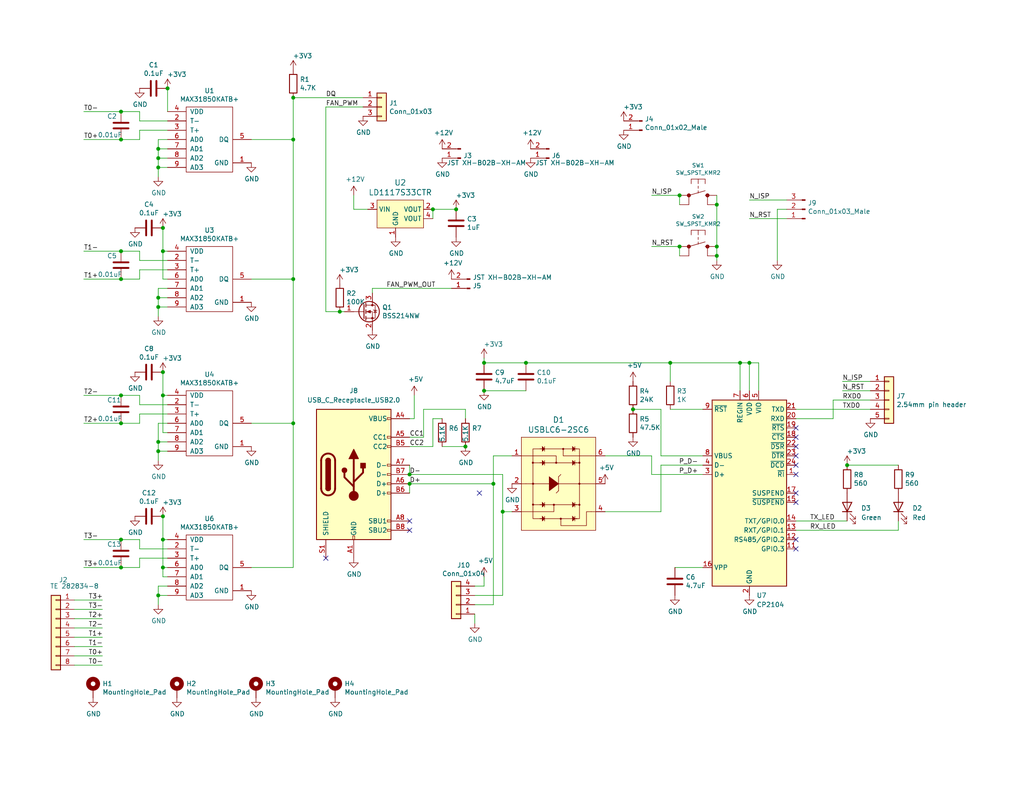
<source format=kicad_sch>
(kicad_sch (version 20230121) (generator eeschema)
  (paper "USLetter")
  (title_block (title "T-962 Temperature Monitor Board") (date "2023-05-24") (rev "2.0") (comment 1 "Copyright © 2018 Aaron Williams"))
  (junction (at 44.45 68.58))
  (junction (at 44.45 62.23))
  (junction (at 44.45 154.94))
  (junction (at 80.01 76.2))
  (junction (at 185.42 67.31))
  (junction (at 182.88 99.06))
  (junction (at 33.02 38.1))
  (junction (at 80.01 115.57))
  (junction (at 43.18 123.19))
  (junction (at 43.18 81.28))
  (junction (at 33.02 115.57))
  (junction (at 45.72 24.13))
  (junction (at 44.45 140.97))
  (junction (at 92.71 85.09))
  (junction (at 111.76 132.08))
  (junction (at 33.02 30.48))
  (junction (at 43.18 83.82))
  (junction (at 195.58 55.88))
  (junction (at 132.08 106.68))
  (junction (at 134.62 132.08))
  (junction (at 111.76 129.54))
  (junction (at 33.02 147.32))
  (junction (at 80.01 26.67))
  (junction (at 33.02 68.58))
  (junction (at 44.45 107.95))
  (junction (at 127 121.92))
  (junction (at 195.58 69.85))
  (junction (at 204.47 99.06))
  (junction (at 172.72 111.76))
  (junction (at 185.42 53.34))
  (junction (at 44.45 101.6))
  (junction (at 43.18 40.64))
  (junction (at 80.01 38.1))
  (junction (at 201.93 99.06))
  (junction (at 44.45 147.32))
  (junction (at 33.02 76.2))
  (junction (at 132.08 99.06))
  (junction (at 43.18 120.65))
  (junction (at 137.16 139.7))
  (junction (at 143.51 99.06))
  (junction (at 118.11 57.15))
  (junction (at 33.02 154.94))
  (junction (at 33.02 107.95))
  (junction (at 231.14 127))
  (junction (at 43.18 43.18))
  (junction (at 43.18 162.56))
  (junction (at 43.18 45.72))
  (junction (at 195.58 67.31))
  (junction (at 124.46 57.15))
  (no_connect (at 111.76 144.78))
  (no_connect (at 217.17 119.38))
  (no_connect (at 111.76 142.24))
  (no_connect (at 217.17 121.92))
  (no_connect (at 217.17 116.84))
  (no_connect (at 217.17 124.46))
  (no_connect (at 217.17 134.62))
  (no_connect (at 217.17 147.32))
  (no_connect (at 130.81 134.62))
  (no_connect (at 217.17 137.16))
  (no_connect (at 217.17 149.86))
  (no_connect (at 217.17 127))
  (no_connect (at 217.17 129.54))
  (no_connect (at 88.9 152.4))
  (wire (pts (xy 111.76 132.08) (xy 134.62 132.08)))
  (wire (pts (xy 143.51 106.68) (xy 132.08 106.68)))
  (wire (pts (xy 43.18 115.57) (xy 43.18 120.65)))
  (wire (pts (xy 137.16 162.56) (xy 137.16 139.7)))
  (wire (pts (xy 20.32 176.53) (xy 27.94 176.53)))
  (wire (pts (xy 118.11 59.69) (xy 118.11 57.15)))
  (wire (pts (xy 99.06 29.21) (xy 88.9 29.21)))
  (wire (pts (xy 20.32 173.99) (xy 27.94 173.99)))
  (wire (pts (xy 43.18 160.02) (xy 43.18 162.56)))
  (wire (pts (xy 38.1 113.03) (xy 38.1 115.57)))
  (wire (pts (xy 132.08 160.02) (xy 129.54 160.02)))
  (wire (pts (xy 214.63 57.15) (xy 212.09 57.15)))
  (wire (pts (xy 43.18 81.28) (xy 43.18 83.82)))
  (wire (pts (xy 132.08 97.79) (xy 132.08 99.06)))
  (wire (pts (xy 118.11 121.92) (xy 118.11 114.3)))
  (wire (pts (xy 195.58 71.12) (xy 195.58 69.85)))
  (wire (pts (xy 38.1 33.02) (xy 38.1 30.48)))
  (wire (pts (xy 33.02 107.95) (xy 22.86 107.95)))
  (wire (pts (xy 245.11 144.78) (xy 245.11 142.24)))
  (wire (pts (xy 45.72 38.1) (xy 43.18 38.1)))
  (wire (pts (xy 195.58 55.88) (xy 195.58 53.34)))
  (wire (pts (xy 237.49 104.14) (xy 229.87 104.14)))
  (wire (pts (xy 80.01 76.2) (xy 68.58 76.2)))
  (wire (pts (xy 45.72 24.13) (xy 45.72 30.48)))
  (wire (pts (xy 44.45 62.23) (xy 44.45 68.58)))
  (wire (pts (xy 111.76 132.08) (xy 111.76 134.62)))
  (wire (pts (xy 184.15 154.94) (xy 191.77 154.94)))
  (wire (pts (xy 180.34 127) (xy 180.34 139.7)))
  (wire (pts (xy 132.08 99.06) (xy 143.51 99.06)))
  (wire (pts (xy 134.62 124.46) (xy 134.62 132.08)))
  (wire (pts (xy 38.1 152.4) (xy 38.1 154.94)))
  (wire (pts (xy 43.18 165.1) (xy 43.18 162.56)))
  (wire (pts (xy 43.18 48.26) (xy 43.18 45.72)))
  (wire (pts (xy 177.8 53.34) (xy 185.42 53.34)))
  (wire (pts (xy 88.9 85.09) (xy 92.71 85.09)))
  (wire (pts (xy 80.01 38.1) (xy 68.58 38.1)))
  (wire (pts (xy 43.18 43.18) (xy 43.18 45.72)))
  (wire (pts (xy 191.77 129.54) (xy 177.8 129.54)))
  (wire (pts (xy 43.18 38.1) (xy 43.18 40.64)))
  (wire (pts (xy 43.18 40.64) (xy 43.18 43.18)))
  (wire (pts (xy 43.18 78.74) (xy 43.18 81.28)))
  (wire (pts (xy 227.33 114.3) (xy 217.17 114.3)))
  (wire (pts (xy 20.32 171.45) (xy 27.94 171.45)))
  (wire (pts (xy 20.32 179.07) (xy 27.94 179.07)))
  (wire (pts (xy 180.34 139.7) (xy 165.1 139.7)))
  (wire (pts (xy 177.8 129.54) (xy 177.8 124.46)))
  (wire (pts (xy 185.42 53.34) (xy 185.42 55.88)))
  (wire (pts (xy 44.45 157.48) (xy 44.45 154.94)))
  (wire (pts (xy 92.71 85.09) (xy 93.98 85.09)))
  (wire (pts (xy 20.32 181.61) (xy 27.94 181.61)))
  (wire (pts (xy 43.18 86.36) (xy 43.18 83.82)))
  (wire (pts (xy 80.01 38.1) (xy 80.01 76.2)))
  (wire (pts (xy 44.45 76.2) (xy 44.45 68.58)))
  (wire (pts (xy 204.47 99.06) (xy 207.01 99.06)))
  (wire (pts (xy 43.18 120.65) (xy 43.18 123.19)))
  (wire (pts (xy 43.18 125.73) (xy 43.18 123.19)))
  (wire (pts (xy 182.88 99.06) (xy 182.88 104.14)))
  (wire (pts (xy 45.72 33.02) (xy 38.1 33.02)))
  (wire (pts (xy 45.72 120.65) (xy 43.18 120.65)))
  (wire (pts (xy 143.51 99.06) (xy 182.88 99.06)))
  (wire (pts (xy 45.72 73.66) (xy 38.1 73.66)))
  (wire (pts (xy 38.1 71.12) (xy 38.1 68.58)))
  (wire (pts (xy 182.88 99.06) (xy 201.93 99.06)))
  (wire (pts (xy 45.72 78.74) (xy 43.18 78.74)))
  (wire (pts (xy 38.1 149.86) (xy 38.1 147.32)))
  (wire (pts (xy 180.34 111.76) (xy 172.72 111.76)))
  (wire (pts (xy 45.72 81.28) (xy 43.18 81.28)))
  (wire (pts (xy 38.1 76.2) (xy 33.02 76.2)))
  (wire (pts (xy 195.58 67.31) (xy 195.58 55.88)))
  (wire (pts (xy 111.76 119.38) (xy 115.57 119.38)))
  (wire (pts (xy 43.18 83.82) (xy 45.72 83.82)))
  (wire (pts (xy 229.87 106.68) (xy 237.49 106.68)))
  (wire (pts (xy 45.72 35.56) (xy 38.1 35.56)))
  (wire (pts (xy 80.01 115.57) (xy 80.01 154.94)))
  (wire (pts (xy 45.72 154.94) (xy 44.45 154.94)))
  (wire (pts (xy 134.62 165.1) (xy 129.54 165.1)))
  (wire (pts (xy 38.1 115.57) (xy 33.02 115.57)))
  (wire (pts (xy 212.09 57.15) (xy 212.09 71.12)))
  (wire (pts (xy 38.1 73.66) (xy 38.1 76.2)))
  (wire (pts (xy 33.02 68.58) (xy 22.86 68.58)))
  (wire (pts (xy 217.17 111.76) (xy 237.49 111.76)))
  (wire (pts (xy 165.1 124.46) (xy 177.8 124.46)))
  (wire (pts (xy 123.19 78.74) (xy 101.6 78.74)))
  (wire (pts (xy 185.42 67.31) (xy 185.42 69.85)))
  (wire (pts (xy 38.1 147.32) (xy 33.02 147.32)))
  (wire (pts (xy 237.49 109.22) (xy 227.33 109.22)))
  (wire (pts (xy 80.01 26.67) (xy 99.06 26.67)))
  (wire (pts (xy 129.54 170.18) (xy 129.54 167.64)))
  (wire (pts (xy 33.02 30.48) (xy 22.86 30.48)))
  (wire (pts (xy 118.11 57.15) (xy 124.46 57.15)))
  (wire (pts (xy 115.57 111.76) (xy 127 111.76)))
  (wire (pts (xy 20.32 168.91) (xy 27.94 168.91)))
  (wire (pts (xy 44.45 147.32) (xy 45.72 147.32)))
  (wire (pts (xy 201.93 99.06) (xy 204.47 99.06)))
  (wire (pts (xy 201.93 99.06) (xy 201.93 106.68)))
  (wire (pts (xy 45.72 43.18) (xy 43.18 43.18)))
  (wire (pts (xy 132.08 157.48) (xy 132.08 160.02)))
  (wire (pts (xy 101.6 78.74) (xy 101.6 80.01)))
  (wire (pts (xy 134.62 124.46) (xy 139.7 124.46)))
  (wire (pts (xy 44.45 101.6) (xy 44.45 107.95)))
  (wire (pts (xy 45.72 110.49) (xy 38.1 110.49)))
  (wire (pts (xy 38.1 35.56) (xy 38.1 38.1)))
  (wire (pts (xy 44.45 68.58) (xy 45.72 68.58)))
  (wire (pts (xy 177.8 67.31) (xy 185.42 67.31)))
  (wire (pts (xy 44.45 154.94) (xy 44.45 147.32)))
  (wire (pts (xy 139.7 139.7) (xy 137.16 139.7)))
  (wire (pts (xy 137.16 139.7) (xy 137.16 129.54)))
  (wire (pts (xy 231.14 127) (xy 245.11 127)))
  (wire (pts (xy 44.45 118.11) (xy 44.45 107.95)))
  (wire (pts (xy 38.1 110.49) (xy 38.1 107.95)))
  (wire (pts (xy 120.65 121.92) (xy 127 121.92)))
  (wire (pts (xy 45.72 115.57) (xy 43.18 115.57)))
  (wire (pts (xy 44.45 140.97) (xy 44.45 147.32)))
  (wire (pts (xy 217.17 144.78) (xy 245.11 144.78)))
  (wire (pts (xy 45.72 113.03) (xy 38.1 113.03)))
  (wire (pts (xy 88.9 29.21) (xy 88.9 85.09)))
  (wire (pts (xy 80.01 76.2) (xy 80.01 115.57)))
  (wire (pts (xy 45.72 160.02) (xy 43.18 160.02)))
  (wire (pts (xy 43.18 45.72) (xy 45.72 45.72)))
  (wire (pts (xy 207.01 106.68) (xy 207.01 99.06)))
  (wire (pts (xy 33.02 154.94) (xy 22.86 154.94)))
  (wire (pts (xy 45.72 71.12) (xy 38.1 71.12)))
  (wire (pts (xy 191.77 127) (xy 180.34 127)))
  (wire (pts (xy 127 111.76) (xy 127 114.3)))
  (wire (pts (xy 38.1 154.94) (xy 33.02 154.94)))
  (wire (pts (xy 44.45 107.95) (xy 45.72 107.95)))
  (wire (pts (xy 20.32 166.37) (xy 27.94 166.37)))
  (wire (pts (xy 134.62 132.08) (xy 134.62 165.1)))
  (wire (pts (xy 20.32 163.83) (xy 27.94 163.83)))
  (wire (pts (xy 38.1 38.1) (xy 33.02 38.1)))
  (wire (pts (xy 195.58 69.85) (xy 195.58 67.31)))
  (wire (pts (xy 129.54 162.56) (xy 137.16 162.56)))
  (wire (pts (xy 33.02 115.57) (xy 22.86 115.57)))
  (wire (pts (xy 33.02 38.1) (xy 22.86 38.1)))
  (wire (pts (xy 204.47 59.69) (xy 214.63 59.69)))
  (wire (pts (xy 111.76 114.3) (xy 113.03 114.3)))
  (wire (pts (xy 45.72 157.48) (xy 44.45 157.48)))
  (wire (pts (xy 217.17 142.24) (xy 231.14 142.24)))
  (wire (pts (xy 43.18 162.56) (xy 45.72 162.56)))
  (wire (pts (xy 45.72 118.11) (xy 44.45 118.11)))
  (wire (pts (xy 113.03 114.3) (xy 113.03 107.95)))
  (wire (pts (xy 45.72 152.4) (xy 38.1 152.4)))
  (wire (pts (xy 80.01 115.57) (xy 68.58 115.57)))
  (wire (pts (xy 182.88 111.76) (xy 191.77 111.76)))
  (wire (pts (xy 118.11 114.3) (xy 120.65 114.3)))
  (wire (pts (xy 80.01 26.67) (xy 80.01 38.1)))
  (wire (pts (xy 204.47 99.06) (xy 204.47 106.68)))
  (wire (pts (xy 38.1 30.48) (xy 33.02 30.48)))
  (wire (pts (xy 180.34 124.46) (xy 180.34 111.76)))
  (wire (pts (xy 111.76 127) (xy 111.76 129.54)))
  (wire (pts (xy 33.02 76.2) (xy 22.86 76.2)))
  (wire (pts (xy 115.57 119.38) (xy 115.57 111.76)))
  (wire (pts (xy 45.72 76.2) (xy 44.45 76.2)))
  (wire (pts (xy 96.52 53.34) (xy 96.52 57.15)))
  (wire (pts (xy 38.1 107.95) (xy 33.02 107.95)))
  (wire (pts (xy 96.52 57.15) (xy 100.33 57.15)))
  (wire (pts (xy 43.18 123.19) (xy 45.72 123.19)))
  (wire (pts (xy 33.02 147.32) (xy 22.86 147.32)))
  (wire (pts (xy 227.33 109.22) (xy 227.33 114.3)))
  (wire (pts (xy 45.72 40.64) (xy 43.18 40.64)))
  (wire (pts (xy 137.16 129.54) (xy 111.76 129.54)))
  (wire (pts (xy 204.47 54.61) (xy 214.63 54.61)))
  (wire (pts (xy 45.72 149.86) (xy 38.1 149.86)))
  (wire (pts (xy 38.1 68.58) (xy 33.02 68.58)))
  (wire (pts (xy 80.01 154.94) (xy 68.58 154.94)))
  (wire (pts (xy 180.34 124.46) (xy 191.77 124.46)))
  (wire (pts (xy 111.76 121.92) (xy 118.11 121.92)))
  (label "D+" (at 111.76 132.08 0))
  (label "T3-" (at 24.13 166.37 0))
  (label "T1+" (at 24.13 173.99 0))
  (label "T3+" (at 22.86 154.94 0))
  (label "T0+" (at 24.13 179.07 0))
  (label "N_RST" (at 204.47 59.69 0))
  (label "N_ISP" (at 177.8 53.34 0))
  (label "D-" (at 111.76 129.54 0))
  (label "P_D+" (at 190.5 129.54 180))
  (label "N_ISP" (at 204.47 54.61 0))
  (label "CC2" (at 111.76 121.92 0))
  (label "T0-" (at 22.86 30.48 0))
  (label "N_RST" (at 177.8 67.31 0))
  (label "CC1" (at 111.76 119.38 0))
  (label "T2-" (at 24.13 171.45 0))
  (label "T0-" (at 24.13 181.61 0))
  (label "T2+" (at 22.86 115.57 0))
  (label "T2-" (at 22.86 107.95 0))
  (label "T3+" (at 24.13 163.83 0))
  (label "FAN_PWM_OUT" (at 105.41 78.74 0))
  (label "T1-" (at 24.13 176.53 0))
  (label "P_D-" (at 190.5 127 180))
  (label "T1-" (at 22.86 68.58 0))
  (label "N_RST" (at 229.87 106.68 0))
  (label "FAN_PWM" (at 88.9 29.21 0))
  (label "T2+" (at 24.13 168.91 0))
  (label "TX_LED" (at 220.98 142.24 0))
  (label "T1+" (at 22.86 76.2 0))
  (label "DQ" (at 88.9 26.67 0))
  (label "N_ISP" (at 229.87 104.14 0))
  (label "T0+" (at 22.86 38.1 0))
  (label "RXD0" (at 229.87 109.22 0))
  (label "RX_LED" (at 220.98 144.78 0))
  (label "T3-" (at 22.86 147.32 0))
  (label "TXD0" (at 229.87 111.76 0))
  (symbol (lib_id "Aaron:MAX31850KATB+") (at 57.15 38.1 0) (unit 1)
    (property "Reference" "U1" (at 57.15 24.765 0))
    (property "Value" "MAX31850KATB+" (at 57.15 27.0764 0))
    (property "Footprint" "Aaron:TDFN-10_3x4mm_P0.5mm" (effects hide))
    (property "Datasheet" "https://datasheets.maximintegrated.com/en/ds/MAX31850-MAX31851.pdf" (effects hide))
    (property "MFR" "Maxim" (effects hide))
    (property "MPN" "MAX31850KATB+" (effects hide))
    (property "SPR" "Digikey" (effects hide))
    (property "SPN" "MAX31850KATB+-ND" (effects hide))
    (property "SPURL" "https://www.digikey.com/en/products/detail/analog-devices-inc-maxim-integrated/MAX31850KATB/3976056" (effects hide))
    (property "Description" "IC CONV THRMCPLE-DIG K TYPE TDFN" (effects hide))
    (property "Digi-Key_PN" "MAX31850KATB+-ND" (effects hide))
    (property "Manufacturer" "Maxim" (effects hide))
  )
  (symbol (lib_id "Device:C") (at 33.02 34.29 180) (unit 1)
    (property "Reference" "C2" (at 29.21 31.75 0) (effects (justify right)))
    (property "Value" "0.01uF" (at 26.67 36.83 0) (effects (justify right)))
    (property "Footprint" "Capacitor_SMD:C_0603_1608Metric" (effects hide))
    (property "Datasheet" "https://search.murata.co.jp/Ceramy/image/img/A01X/G101/ENG/GCM188R72A103KA37-01.pdf" (effects hide))
    (property "MFR" "Murata Electronics" (effects hide))
    (property "MPN" "GCM188R72A103KA37D" (effects hide))
    (property "SPR" "Digikey" (effects hide))
    (property "SPN" "490-4781-1-ND" (effects hide))
    (property "SPURL" "https://www.digikey.com/en/products/detail/murata-electronics/GCM188R72A103KA37D/1641655" (effects hide))
    (property "Description" "CAP CER 10000PF 100V X7R 0603" (effects hide))
    (property "Digi-Key_PN" "490-4781-1-ND" (effects hide))
    (property "Manufacturer" "Murata Electronics" (effects hide))
  )
  (symbol (lib_id "Device:C") (at 41.91 24.13 90) (unit 1)
    (property "Reference" "C1" (at 41.91 17.7292 90))
    (property "Value" "0.1uF" (at 41.91 20.0406 90))
    (property "Footprint" "Capacitor_SMD:C_0603_1608Metric" (effects hide))
    (property "Datasheet" "https://media.digikey.com/pdf/Data%20Sheets/Samsung%20PDFs/CL10B104KB8NNNC_Spec.pdf" (effects hide))
    (property "MFR" "Samsung Electro-Mechanics" (effects hide))
    (property "MPN" "CL10B104KB8NNNC" (effects hide))
    (property "SPR" "Digikey" (effects hide))
    (property "SPN" "1276-1000-1-ND" (effects hide))
    (property "SPURL" "https://www.digikey.com/en/products/detail/samsung-electro-mechanics/CL10B104KB8NNNC/3886658" (effects hide))
    (property "Description" "CAP CER 0.1UF 50V X7R 0603" (effects hide))
    (property "Digi-Key_PN" "1276-1000-1-ND" (effects hide))
    (property "Manufacturer" "Samsung Electro-Mechanics" (effects hide))
  )
  (symbol (lib_id "power:GND") (at 38.1 24.13 0) (unit 1)
    (property "Reference" "#PWR02" (effects hide))
    (property "Value" "GND" (at 38.227 28.5242 0))
  )
  (symbol (lib_id "power:+3.3V") (at 45.72 24.13 0) (unit 1)
    (property "Reference" "#PWR03" (effects hide))
    (property "Value" "+3.3V" (at 48.26 20.32 0))
  )
  (symbol (lib_id "power:GND") (at 43.18 48.26 0) (unit 1)
    (property "Reference" "#PWR08" (effects hide))
    (property "Value" "GND" (at 43.307 52.6542 0))
  )
  (symbol (lib_id "power:GND") (at 99.06 31.75 0) (unit 1)
    (property "Reference" "#PWR04" (effects hide))
    (property "Value" "GND" (at 99.187 36.1442 0))
  )
  (symbol (lib_id "power:GND") (at 68.58 44.45 0) (unit 1)
    (property "Reference" "#PWR07" (effects hide))
    (property "Value" "GND" (at 68.707 48.8442 0))
  )
  (symbol (lib_id "Aaron:MAX31850KATB+") (at 57.15 76.2 0) (unit 1)
    (property "Reference" "U3" (at 57.15 62.865 0))
    (property "Value" "MAX31850KATB+" (at 57.15 65.1764 0))
    (property "Footprint" "Aaron:TDFN-10_3x4mm_P0.5mm" (effects hide))
    (property "Datasheet" "https://datasheets.maximintegrated.com/en/ds/MAX31850-MAX31851.pdf" (effects hide))
    (property "MFR" "Maxim" (effects hide))
    (property "MPN" "MAX31850KATB+" (effects hide))
    (property "SPR" "Digikey" (effects hide))
    (property "SPN" "MAX31850KATB+-ND" (effects hide))
    (property "SPURL" "https://www.digikey.com/en/products/detail/analog-devices-inc-maxim-integrated/MAX31850KATB/3976056" (effects hide))
    (property "Description" "IC CONV THRMCPLE-DIG K TYPE TDFN" (effects hide))
    (property "Digi-Key_PN" "MAX31850KATB+-ND" (effects hide))
    (property "Manufacturer" "Maxim" (effects hide))
  )
  (symbol (lib_id "Device:C") (at 33.02 72.39 180) (unit 1)
    (property "Reference" "C5" (at 29.21 69.85 0) (effects (justify right)))
    (property "Value" "0.01uF" (at 26.67 74.93 0) (effects (justify right)))
    (property "Footprint" "Capacitor_SMD:C_0603_1608Metric" (effects hide))
    (property "Datasheet" "https://search.murata.co.jp/Ceramy/image/img/A01X/G101/ENG/GCM188R72A103KA37-01.pdf" (effects hide))
    (property "MFR" "Murata Electronics" (effects hide))
    (property "MPN" "GCM188R72A103KA37D" (effects hide))
    (property "SPR" "Digikey" (effects hide))
    (property "SPN" "490-4781-1-ND" (effects hide))
    (property "SPURL" "https://www.digikey.com/en/products/detail/murata-electronics/GCM188R72A103KA37D/1641655" (effects hide))
    (property "Description" "CAP CER 10000PF 100V X7R 0603" (effects hide))
    (property "Digi-Key_PN" "490-4781-1-ND" (effects hide))
    (property "Manufacturer" "Murata Electronics" (effects hide))
  )
  (symbol (lib_id "Device:C") (at 40.64 62.23 90) (unit 1)
    (property "Reference" "C4" (at 40.64 55.8292 90))
    (property "Value" "0.1uF" (at 40.64 58.1406 90))
    (property "Footprint" "Capacitor_SMD:C_0603_1608Metric" (effects hide))
    (property "Datasheet" "https://media.digikey.com/pdf/Data%20Sheets/Samsung%20PDFs/CL10B104KB8NNNC_Spec.pdf" (effects hide))
    (property "MFR" "Samsung Electro-Mechanics" (effects hide))
    (property "MPN" "CL10B104KB8NNNC" (effects hide))
    (property "SPR" "Digikey" (effects hide))
    (property "SPN" "1276-1000-1-ND" (effects hide))
    (property "SPURL" "https://www.digikey.com/en/products/detail/samsung-electro-mechanics/CL10B104KB8NNNC/3886658" (effects hide))
    (property "Description" "CAP CER 0.1UF 50V X7R 0603" (effects hide))
    (property "Digi-Key_PN" "1276-1000-1-ND" (effects hide))
    (property "Manufacturer" "Samsung Electro-Mechanics" (effects hide))
  )
  (symbol (lib_id "power:GND") (at 36.83 62.23 0) (unit 1)
    (property "Reference" "#PWR011" (effects hide))
    (property "Value" "GND" (at 36.957 66.6242 0))
  )
  (symbol (lib_id "power:+3.3V") (at 44.45 62.23 0) (unit 1)
    (property "Reference" "#PWR012" (effects hide))
    (property "Value" "+3.3V" (at 46.99 58.42 0))
  )
  (symbol (lib_id "power:GND") (at 43.18 86.36 0) (unit 1)
    (property "Reference" "#PWR019" (effects hide))
    (property "Value" "GND" (at 43.307 90.7542 0))
  )
  (symbol (lib_id "power:GND") (at 68.58 82.55 0) (unit 1)
    (property "Reference" "#PWR018" (effects hide))
    (property "Value" "GND" (at 68.707 86.9442 0))
  )
  (symbol (lib_id "Aaron:MAX31850KATB+") (at 57.15 115.57 0) (unit 1)
    (property "Reference" "U4" (at 57.15 102.235 0))
    (property "Value" "MAX31850KATB+" (at 57.15 104.5464 0))
    (property "Footprint" "Aaron:TDFN-10_3x4mm_P0.5mm" (effects hide))
    (property "Datasheet" "https://datasheets.maximintegrated.com/en/ds/MAX31850-MAX31851.pdf" (effects hide))
    (property "MFR" "Maxim" (effects hide))
    (property "MPN" "MAX31850KATB+" (effects hide))
    (property "SPR" "Digikey" (effects hide))
    (property "SPN" "MAX31850KATB+-ND" (effects hide))
    (property "SPURL" "https://www.digikey.com/en/products/detail/analog-devices-inc-maxim-integrated/MAX31850KATB/3976056" (effects hide))
    (property "Description" "IC CONV THRMCPLE-DIG K TYPE TDFN" (effects hide))
    (property "Digi-Key_PN" "MAX31850KATB+-ND" (effects hide))
    (property "Manufacturer" "Maxim" (effects hide))
  )
  (symbol (lib_id "Device:C") (at 33.02 111.76 180) (unit 1)
    (property "Reference" "C11" (at 29.21 109.22 0) (effects (justify right)))
    (property "Value" "0.01uF" (at 26.67 114.3 0) (effects (justify right)))
    (property "Footprint" "Capacitor_SMD:C_0603_1608Metric" (effects hide))
    (property "Datasheet" "https://search.murata.co.jp/Ceramy/image/img/A01X/G101/ENG/GCM188R72A103KA37-01.pdf" (effects hide))
    (property "MFR" "Murata Electronics" (effects hide))
    (property "MPN" "GCM188R72A103KA37D" (effects hide))
    (property "SPR" "Digikey" (effects hide))
    (property "SPN" "490-4781-1-ND" (effects hide))
    (property "SPURL" "https://www.digikey.com/en/products/detail/murata-electronics/GCM188R72A103KA37D/1641655" (effects hide))
    (property "Description" "CAP CER 10000PF 100V X7R 0603" (effects hide))
    (property "Digi-Key_PN" "490-4781-1-ND" (effects hide))
    (property "Manufacturer" "Murata Electronics" (effects hide))
  )
  (symbol (lib_id "Device:C") (at 40.64 101.6 90) (unit 1)
    (property "Reference" "C8" (at 40.64 95.1992 90))
    (property "Value" "0.1uF" (at 40.64 97.5106 90))
    (property "Footprint" "Capacitor_SMD:C_0603_1608Metric" (effects hide))
    (property "Datasheet" "https://media.digikey.com/pdf/Data%20Sheets/Samsung%20PDFs/CL10B104KB8NNNC_Spec.pdf" (effects hide))
    (property "MFR" "Samsung Electro-Mechanics" (effects hide))
    (property "MPN" "CL10B104KB8NNNC" (effects hide))
    (property "SPR" "Digikey" (effects hide))
    (property "SPN" "1276-1000-1-ND" (effects hide))
    (property "SPURL" "https://www.digikey.com/en/products/detail/samsung-electro-mechanics/CL10B104KB8NNNC/3886658" (effects hide))
    (property "Description" "CAP CER 0.1UF 50V X7R 0603" (effects hide))
    (property "Digi-Key_PN" "1276-1000-1-ND" (effects hide))
    (property "Manufacturer" "Samsung Electro-Mechanics" (effects hide))
  )
  (symbol (lib_id "power:GND") (at 36.83 101.6 0) (unit 1)
    (property "Reference" "#PWR023" (effects hide))
    (property "Value" "GND" (at 36.957 105.9942 0))
  )
  (symbol (lib_id "power:+3.3V") (at 44.45 101.6 0) (unit 1)
    (property "Reference" "#PWR024" (effects hide))
    (property "Value" "+3.3V" (at 46.99 97.79 0))
  )
  (symbol (lib_id "power:GND") (at 43.18 125.73 0) (unit 1)
    (property "Reference" "#PWR029" (effects hide))
    (property "Value" "GND" (at 43.307 130.1242 0))
  )
  (symbol (lib_id "power:GND") (at 68.58 121.92 0) (unit 1)
    (property "Reference" "#PWR028" (effects hide))
    (property "Value" "GND" (at 68.707 126.3142 0))
  )
  (symbol (lib_id "Aaron:MAX31850KATB+") (at 57.15 154.94 0) (unit 1)
    (property "Reference" "U6" (at 57.15 141.605 0))
    (property "Value" "MAX31850KATB+" (at 57.15 143.9164 0))
    (property "Footprint" "Aaron:TDFN-10_3x4mm_P0.5mm" (effects hide))
    (property "Datasheet" "https://datasheets.maximintegrated.com/en/ds/MAX31850-MAX31851.pdf" (effects hide))
    (property "MFR" "Maxim" (effects hide))
    (property "MPN" "MAX31850KATB+" (effects hide))
    (property "SPR" "Digikey" (effects hide))
    (property "SPN" "MAX31850KATB+-ND" (effects hide))
    (property "SPURL" "https://www.digikey.com/en/products/detail/analog-devices-inc-maxim-integrated/MAX31850KATB/3976056" (effects hide))
    (property "Description" "IC CONV THRMCPLE-DIG K TYPE TDFN" (effects hide))
    (property "Digi-Key_PN" "MAX31850KATB+-ND" (effects hide))
    (property "Manufacturer" "Maxim" (effects hide))
  )
  (symbol (lib_id "Device:C") (at 33.02 151.13 180) (unit 1)
    (property "Reference" "C13" (at 29.21 148.59 0) (effects (justify right)))
    (property "Value" "0.01uF" (at 26.67 153.67 0) (effects (justify right)))
    (property "Footprint" "Capacitor_SMD:C_0603_1608Metric" (effects hide))
    (property "Datasheet" "https://search.murata.co.jp/Ceramy/image/img/A01X/G101/ENG/GCM188R72A103KA37-01.pdf" (effects hide))
    (property "MFR" "Murata Electronics" (effects hide))
    (property "MPN" "GCM188R72A103KA37D" (effects hide))
    (property "SPR" "Digikey" (effects hide))
    (property "SPN" "490-4781-1-ND" (effects hide))
    (property "SPURL" "https://www.digikey.com/en/products/detail/murata-electronics/GCM188R72A103KA37D/1641655" (effects hide))
    (property "Description" "CAP CER 10000PF 100V X7R 0603" (effects hide))
    (property "Digi-Key_PN" "490-4781-1-ND" (effects hide))
    (property "Manufacturer" "Murata Electronics" (effects hide))
  )
  (symbol (lib_id "Device:C") (at 40.64 140.97 90) (unit 1)
    (property "Reference" "C12" (at 40.64 134.5692 90))
    (property "Value" "0.1uF" (at 40.64 136.8806 90))
    (property "Footprint" "Capacitor_SMD:C_0603_1608Metric" (effects hide))
    (property "Datasheet" "https://media.digikey.com/pdf/Data%20Sheets/Samsung%20PDFs/CL10B104KB8NNNC_Spec.pdf" (effects hide))
    (property "MFR" "Samsung Electro-Mechanics" (effects hide))
    (property "MPN" "CL10B104KB8NNNC" (effects hide))
    (property "SPR" "Digikey" (effects hide))
    (property "SPN" "1276-1000-1-ND" (effects hide))
    (property "SPURL" "https://www.digikey.com/en/products/detail/samsung-electro-mechanics/CL10B104KB8NNNC/3886658" (effects hide))
    (property "Description" "CAP CER 0.1UF 50V X7R 0603" (effects hide))
    (property "Digi-Key_PN" "1276-1000-1-ND" (effects hide))
    (property "Manufacturer" "Samsung Electro-Mechanics" (effects hide))
  )
  (symbol (lib_id "power:GND") (at 36.83 140.97 0) (unit 1)
    (property "Reference" "#PWR033" (effects hide))
    (property "Value" "GND" (at 36.957 145.3642 0))
  )
  (symbol (lib_id "power:+3.3V") (at 44.45 140.97 0) (unit 1)
    (property "Reference" "#PWR034" (effects hide))
    (property "Value" "+3.3V" (at 46.99 137.16 0))
  )
  (symbol (lib_id "power:GND") (at 43.18 165.1 0) (unit 1)
    (property "Reference" "#PWR039" (effects hide))
    (property "Value" "GND" (at 43.307 169.4942 0))
  )
  (symbol (lib_id "power:GND") (at 68.58 161.29 0) (unit 1)
    (property "Reference" "#PWR038" (effects hide))
    (property "Value" "GND" (at 68.707 165.6842 0))
  )
  (symbol (lib_id "Device:R") (at 80.01 22.86 0) (unit 1)
    (property "Reference" "R1" (at 81.788 21.6916 0) (effects (justify left)))
    (property "Value" "4.7K" (at 81.788 24.003 0) (effects (justify left)))
    (property "Footprint" "Resistor_SMD:R_0603_1608Metric" (effects hide))
    (property "Datasheet" "https://www.yageo.com/upload/media/product/productsearch/datasheet/rchip/PYu-RC_Group_51_RoHS_L_12.pdf" (effects hide))
    (property "MFR" "Yageo" (effects hide))
    (property "MPN" "RC0603FR-074K7L" (effects hide))
    (property "SPR" "Digikey" (effects hide))
    (property "SPN" "311-4.70KHRCT-ND" (effects hide))
    (property "SPURL" "https://www.digikey.com/en/products/detail/yageo/RC0603FR-074K7L/727212" (effects hide))
    (property "Description" "RES 4.7K OHM 1% 1/10W 0603" (effects hide))
    (property "Digi-Key_PN" "311-4.70KHRCT-ND" (effects hide))
    (property "Manufacturer" "Yageo" (effects hide))
  )
  (symbol (lib_id "power:+3.3V") (at 80.01 19.05 0) (unit 1)
    (property "Reference" "#PWR01" (effects hide))
    (property "Value" "+3.3V" (at 82.55 15.24 0))
  )
  (symbol (lib_id "power:+12V") (at 96.52 53.34 0) (unit 1)
    (property "Reference" "#PWR09" (effects hide))
    (property "Value" "+12V" (at 96.901 48.9458 0))
  )
  (symbol (lib_id "power:+3.3V") (at 124.46 57.15 0) (unit 1)
    (property "Reference" "#PWR010" (effects hide))
    (property "Value" "+3.3V" (at 127 53.34 0))
  )
  (symbol (lib_id "power:GND") (at 107.95 64.77 0) (unit 1)
    (property "Reference" "#PWR013" (effects hide))
    (property "Value" "GND" (at 108.077 69.1642 0))
  )
  (symbol (lib_id "Transistor_FET:BSS214NW") (at 99.06 85.09 0) (unit 1)
    (property "Reference" "Q1" (at 104.267 83.9216 0) (effects (justify left)))
    (property "Value" "BSS214NW" (at 104.267 86.233 0) (effects (justify left)))
    (property "Footprint" "Package_TO_SOT_SMD:SOT-323_SC-70" (effects hide))
    (property "Datasheet" "https://www.infineon.com/dgdl/Infineon-BSS214NW-DS-v02_02-en.pdf?fileId=db3a30431b3e89eb011b695aebc01bde" (effects hide))
    (property "MFR" "Infineon" (effects hide))
    (property "MPN" "BSS214NWH6327XTSA1" (effects hide))
    (property "SPR" "Digikey" (effects hide))
    (property "SPN" "BSS214NWH6327XTSA1CT-ND" (effects hide))
    (property "SPURL" "https://www.digikey.com/products/en/discrete-semiconductor-products/transistors-fets-mosfets-single/278?k=BSS214NW&k=&pkeyword=BSS214NW&pv7=2&pv1989=0&sf=0&quantity=&ColumnSort=0&page=1&stock=1&nstock=1&pageSize=500" (effects hide))
    (property "Description" "N-Channel 20 V 1.5A (Ta) 500mW (Ta) Surface Mount PG-SOT323" (effects hide))
    (property "Digi-Key_PN" "BSS214NWH6327XTSA1CT-ND" (effects hide))
    (property "Manufacturer" "Infineon" (effects hide))
  )
  (symbol (lib_id "Connector_Generic:Conn_01x03") (at 104.14 29.21 0) (unit 1)
    (property "Reference" "J1" (at 106.172 28.1432 0) (effects (justify left)))
    (property "Value" "Conn_01x03" (at 106.172 30.4546 0) (effects (justify left)))
    (property "Footprint" "Connector_PinHeader_2.54mm:PinHeader_1x03_P2.54mm_Vertical" (effects hide))
    (property "MFR" "-" (effects hide))
    (property "MPN" "-" (effects hide))
    (property "SPR" "-" (effects hide))
    (property "SPN" "-" (effects hide))
    (property "SPURL" "-" (effects hide))
  )
  (symbol (lib_id "Connector:Conn_01x02_Male") (at 125.73 43.18 180) (unit 1)
    (property "Reference" "J3" (at 126.4158 42.4942 0) (effects (justify right)))
    (property "Value" "JST XH-B02B-XH-AM" (at 121.92 44.45 0) (effects (justify right)))
    (property "Footprint" "Connector_JST:JST_XH_B2B-XH-AM_1x02_P2.50mm_Vertical" (effects hide))
    (property "Datasheet" "http://www.jst-mfg.com/product/pdf/eng/eXH.pdf" (effects hide))
    (property "MFR" "JST" (effects hide))
    (property "MPN" "B2B-XH-A(LF)(SN)" (effects hide))
    (property "SPR" "Digikey" (effects hide))
    (property "SPN" "455-2247-ND" (effects hide))
    (property "SPURL" "https://www.digikey.com/en/products/detail/jst-sales-america-inc/B2B-XH-A-LF-SN/1651045" (effects hide))
  )
  (symbol (lib_id "power:+12V") (at 120.65 40.64 0) (unit 1)
    (property "Reference" "#PWR05" (effects hide))
    (property "Value" "+12V" (at 121.031 36.2458 0))
  )
  (symbol (lib_id "power:GND") (at 120.65 43.18 0) (unit 1)
    (property "Reference" "#PWR06" (effects hide))
    (property "Value" "GND" (at 120.777 47.5742 0))
  )
  (symbol (lib_id "Connector:Conn_01x02_Male") (at 128.27 78.74 180) (unit 1)
    (property "Reference" "J5" (at 128.9558 78.0542 0) (effects (justify right)))
    (property "Value" "JST XH-B02B-XH-AM" (at 128.9558 75.7428 0) (effects (justify right)))
    (property "Footprint" "Connector_JST:JST_XH_B2B-XH-AM_1x02_P2.50mm_Vertical" (effects hide))
    (property "Datasheet" "http://www.jst-mfg.com/product/pdf/eng/eXH.pdf" (effects hide))
    (property "MFR" "JST" (effects hide))
    (property "MPN" "B2B-XH-A(LF)(SN)" (effects hide))
    (property "SPR" "Digikey" (effects hide))
    (property "SPN" "455-2247-ND" (effects hide))
    (property "SPURL" "https://www.digikey.com/en/products/detail/jst-sales-america-inc/B2B-XH-A-LF-SN/1651045" (effects hide))
  )
  (symbol (lib_id "power:+12V") (at 123.19 76.2 0) (unit 1)
    (property "Reference" "#PWR015" (effects hide))
    (property "Value" "+12V" (at 123.571 71.8058 0))
  )
  (symbol (lib_id "power:GND") (at 101.6 90.17 0) (unit 1)
    (property "Reference" "#PWR020" (effects hide))
    (property "Value" "GND" (at 101.727 94.5642 0))
  )
  (symbol (lib_id "Device:R") (at 92.71 81.28 0) (unit 1)
    (property "Reference" "R2" (at 94.488 80.1116 0) (effects (justify left)))
    (property "Value" "100K" (at 94.488 82.423 0) (effects (justify left)))
    (property "Footprint" "Resistor_SMD:R_0603_1608Metric" (effects hide))
    (property "Datasheet" "https://www.yageo.com/upload/media/product/productsearch/datasheet/rchip/PYu-RC_Group_51_RoHS_L_12.pdf" (effects hide))
    (property "MFR" "Yageo" (effects hide))
    (property "MPN" "RC0603FR-07100KL" (effects hide))
    (property "SPR" "Digikey" (effects hide))
    (property "SPN" "311-100KHRCT-ND" (effects hide))
    (property "SPURL" "https://www.digikey.com/en/products/detail/yageo/RC0603FR-07100KL/726889" (effects hide))
    (property "Description" "RES 100K OHM 1% 1/10W 0603" (effects hide))
    (property "Digi-Key_PN" "311-100KHRCT-ND" (effects hide))
    (property "Manufacturer" "Yageo" (effects hide))
  )
  (symbol (lib_id "power:+3.3V") (at 92.71 77.47 0) (unit 1)
    (property "Reference" "#PWR016" (effects hide))
    (property "Value" "+3.3V" (at 95.25 73.66 0))
  )
  (symbol (lib_id "Device:C") (at 124.46 60.96 0) (unit 1)
    (property "Reference" "C3" (at 127.381 59.7916 0) (effects (justify left)))
    (property "Value" "1uF" (at 127.381 62.103 0) (effects (justify left)))
    (property "Footprint" "Capacitor_SMD:C_0603_1608Metric" (effects hide))
    (property "Datasheet" "https://media.digikey.com/pdf/Data%20Sheets/Samsung%20PDFs/CL10B105KA8NNNC_spec.pdf" (effects hide))
    (property "MFR" "Samsung Electro-Mechanics" (effects hide))
    (property "MPN" "CL10B105KA8NNNC" (effects hide))
    (property "SPR" "Digikey" (effects hide))
    (property "SPN" "1276-1184-1-ND" (effects hide))
    (property "SPURL" "https://www.digikey.com/en/products/detail/samsung-electro-mechanics/CL10B105KA8NNNC/3886842" (effects hide))
    (property "Description" "CAP CER 1UF 25V X7R 0603" (effects hide))
    (property "Digi-Key_PN" "1276-1184-1-ND" (effects hide))
    (property "Manufacturer" "Samsung Electro-Mechanics" (effects hide))
  )
  (symbol (lib_id "power:GND") (at 124.46 64.77 0) (unit 1)
    (property "Reference" "#PWR014" (effects hide))
    (property "Value" "GND" (at 124.587 69.1642 0))
  )
  (symbol (lib_id "t962-rescue:USBLC6-2SC6-dk_TVS-Diodes") (at 152.4 132.08 0) (unit 1)
    (property "Reference" "D1" (at 152.4 114.6302 0) (effects (font (size 1.524 1.524))))
    (property "Value" "USBLC6-2SC6" (at 152.4 117.3226 0) (effects (font (size 1.524 1.524))))
    (property "Footprint" "Package_TO_SOT_SMD:SOT-23-6" (effects hide))
    (property "Datasheet" "http://www.st.com/content/ccc/resource/technical/document/datasheet/06/1d/48/9c/6c/20/4a/b2/CD00050750.pdf/files/CD00050750.pdf/jcr:content/translations/en.CD00050750.pdf" (effects hide))
    (property "MFR" "STMicroelectronics" (effects hide))
    (property "MPN" "USBLC6-2SC6" (effects hide))
    (property "SPR" "Digikey" (effects hide))
    (property "SPN" "497-5235-1-ND" (effects hide))
    (property "SPURL" "https://www.digikey.com/products/en/circuit-protection/tvs-diodes/144?k=USBLC6-2sc6&k=&pkeyword=USBLC6-2sc6&pv7=2&s=20842&sf=0&quantity=&ColumnSort=0&page=1&pageSize=500" (effects hide))
    (property "Digi-Key_PN" "497-5235-1-ND" (effects hide))
    (property "Category" "Circuit Protection" (effects hide))
    (property "Family" "TVS - Diodes" (effects hide))
    (property "DK_Datasheet_Link" "http://www.st.com/content/ccc/resource/technical/document/datasheet/06/1d/48/9c/6c/20/4a/b2/CD00050750.pdf/files/CD00050750.pdf/jcr:content/translations/en.CD00050750.pdf" (effects hide))
    (property "DK_Detail_Page" "/product-detail/en/stmicroelectronics/USBLC6-2SC6/497-5235-1-ND/1121688" (effects hide))
    (property "Description" "TVS DIODE 5.25V 17V SOT23-6" (effects hide))
    (property "Manufacturer" "STMicroelectronics" (effects hide))
    (property "Status" "Active" (effects hide))
  )
  (symbol (lib_id "power:GND") (at 139.7 132.08 0) (unit 1)
    (property "Reference" "#PWR031" (effects hide))
    (property "Value" "GND" (at 139.827 136.4742 0))
  )
  (symbol (lib_id "power:+5V") (at 113.03 107.95 0) (unit 1)
    (property "Reference" "#PWR026" (effects hide))
    (property "Value" "+5V" (at 113.411 103.5558 0))
  )
  (symbol (lib_id "power:+5V") (at 165.1 132.08 0) (unit 1)
    (property "Reference" "#PWR027" (effects hide))
    (property "Value" "+5V" (at 165.481 127.6858 0))
  )
  (symbol (lib_id "power:GND") (at 96.52 152.4 0) (unit 1)
    (property "Reference" "#PWR032" (effects hide))
    (property "Value" "GND" (at 96.647 156.7942 0))
  )
  (symbol (lib_id "Device:R") (at 182.88 107.95 0) (unit 1)
    (property "Reference" "R3" (at 184.658 106.7816 0) (effects (justify left)))
    (property "Value" "1K" (at 184.658 109.093 0) (effects (justify left)))
    (property "Footprint" "Resistor_SMD:R_0603_1608Metric" (effects hide))
    (property "Datasheet" "https://www.yageo.com/upload/media/product/productsearch/datasheet/rchip/PYu-RC_Group_51_RoHS_L_12.pdf" (effects hide))
    (property "MFR" "Yageo" (effects hide))
    (property "MPN" "RC0603FR-071KL" (effects hide))
    (property "SPR" "Digikey" (effects hide))
    (property "SPN" "311-1.00KHRCT-ND" (effects hide))
    (property "SPURL" "https://www.digikey.com/en/products/detail/yageo/RC0603FR-071KL/726843" (effects hide))
    (property "Description" "RES 1K OHM 1% 1/10W 0603" (effects hide))
    (property "Digi-Key_PN" "311-1.00KHRCT-ND" (effects hide))
    (property "Manufacturer" "Yageo" (effects hide))
  )
  (symbol (lib_id "Device:C") (at 143.51 102.87 0) (unit 1)
    (property "Reference" "C10" (at 146.431 101.7016 0) (effects (justify left)))
    (property "Value" "0.1uF" (at 146.431 104.013 0) (effects (justify left)))
    (property "Footprint" "Capacitor_SMD:C_0603_1608Metric" (effects hide))
    (property "Datasheet" "https://media.digikey.com/pdf/Data%20Sheets/Samsung%20PDFs/CL10B104KB8NNNC_Spec.pdf" (effects hide))
    (property "MFR" "Samsung Electro-Mechanics" (effects hide))
    (property "MPN" "CL10B104KB8NNNC" (effects hide))
    (property "SPR" "Digikey" (effects hide))
    (property "SPN" "1276-1000-1-ND" (effects hide))
    (property "SPURL" "https://www.digikey.com/en/products/detail/samsung-electro-mechanics/CL10B104KB8NNNC/3886658" (effects hide))
    (property "Description" "CAP CER 0.1UF 50V X7R 0603" (effects hide))
    (property "Digi-Key_PN" "1276-1000-1-ND" (effects hide))
    (property "Manufacturer" "Samsung Electro-Mechanics" (effects hide))
  )
  (symbol (lib_id "Device:C") (at 132.08 102.87 0) (unit 1)
    (property "Reference" "C9" (at 135.001 101.7016 0) (effects (justify left)))
    (property "Value" "4.7uF" (at 135.001 104.013 0) (effects (justify left)))
    (property "Footprint" "Capacitor_SMD:C_0603_1608Metric" (effects hide))
    (property "Datasheet" "https://media.digikey.com/pdf/Data%20Sheets/Samsung%20PDFs/CL10B475KQ8NQNC_Spec.pdf" (effects hide))
    (property "MFR" "Samsung Electro-Mechanics" (effects hide))
    (property "MPN" "CL10B475KQ8NQNC" (effects hide))
    (property "SPR" "Digikey" (effects hide))
    (property "SPN" "1276-2087-1-ND" (effects hide))
    (property "SPURL" "https://www.digikey.com/en/products/detail/samsung-electro-mechanics/CL10B475KQ8NQNC/3887745" (effects hide))
    (property "Description" "CAP CER 4.7UF 6.3V X7R 0603" (effects hide))
    (property "Digi-Key_PN" "1276-2087-1-ND" (effects hide))
    (property "Manufacturer" "Samsung Electro-Mechanics" (effects hide))
  )
  (symbol (lib_id "power:GND") (at 132.08 106.68 0) (unit 1)
    (property "Reference" "#PWR025" (effects hide))
    (property "Value" "GND" (at 132.207 111.0742 0))
  )
  (symbol (lib_id "Connector_Generic:Conn_01x05") (at 242.57 109.22 0) (unit 1)
    (property "Reference" "J7" (at 244.602 108.1532 0) (effects (justify left)))
    (property "Value" "2.54mm pin header" (at 244.602 110.4646 0) (effects (justify left)))
    (property "Footprint" "Connector_PinHeader_2.54mm:PinHeader_1x05_P2.54mm_Vertical" (effects hide))
    (property "MFR" "-" (effects hide))
    (property "MPN" "-" (effects hide))
    (property "SPR" "-" (effects hide))
    (property "SPN" "-" (effects hide))
    (property "SPURL" "-" (effects hide))
  )
  (symbol (lib_id "power:GND") (at 237.49 114.3 0) (unit 1)
    (property "Reference" "#PWR030" (effects hide))
    (property "Value" "GND" (at 237.617 118.6942 0))
  )
  (symbol (lib_id "power:GND") (at 184.15 162.56 0) (unit 1)
    (property "Reference" "#PWR035" (effects hide))
    (property "Value" "GND" (at 184.277 166.9542 0))
  )
  (symbol (lib_id "t962-rescue:SW_SPST_KMR2-switch_tact_smt") (at 190.5 53.34 0) (unit 1)
    (property "Reference" "SW1" (at 190.5 45.1612 0) (effects (font (size 1.0668 1.0668))))
    (property "Value" "SW_SPST_KMR2" (at 190.5 47.1678 0) (effects (font (size 1.0668 1.0668))))
    (property "Footprint" "Button_Switch_SMD:SW_Push_1P1T_NO_CK_KMR2" (effects hide))
    (property "Datasheet" "https://www.ckswitches.com/media/1479/kmr2.pdf" (effects hide))
    (property "MFR" "C&K" (effects hide))
    (property "MPN" "KMR221GLFS" (effects hide))
    (property "SPR" "Digikey" (effects hide))
    (property "SPN" "401-1427-1-ND" (effects hide))
    (property "SPURL" "https://www.digikey.com/en/products/detail/c-k/KMR221GLFS/550472" (effects hide))
    (property "Description" "SWITCH TACTILE SPST-NO 0.05A 32V" (effects hide))
    (property "Digi-Key_PN" "401-1427-1-ND" (effects hide))
    (property "Manufacturer" "C&K" (effects hide))
  )
  (symbol (lib_id "t962-rescue:SW_SPST_KMR2-switch_tact_smt") (at 190.5 67.31 0) (unit 1)
    (property "Reference" "SW2" (at 190.5 59.1312 0) (effects (font (size 1.0668 1.0668))))
    (property "Value" "SW_SPST_KMR2" (at 190.5 61.1378 0) (effects (font (size 1.0668 1.0668))))
    (property "Footprint" "Button_Switch_SMD:SW_Push_1P1T_NO_CK_KMR2" (effects hide))
    (property "Datasheet" "https://www.ckswitches.com/media/1479/kmr2.pdf" (effects hide))
    (property "MFR" "C&K" (effects hide))
    (property "MPN" "KMR221GLFS" (effects hide))
    (property "SPR" "Digikey" (effects hide))
    (property "SPN" "401-1427-1-ND" (effects hide))
    (property "SPURL" "https://www.digikey.com/en/products/detail/c-k/KMR221GLFS/550472" (effects hide))
    (property "Description" "SWITCH TACTILE SPST-NO 0.05A 32V" (effects hide))
    (property "Digi-Key_PN" "401-1427-1-ND" (effects hide))
    (property "Manufacturer" "C&K" (effects hide))
  )
  (symbol (lib_id "power:GND") (at 195.58 71.12 0) (unit 1)
    (property "Reference" "#PWR017" (effects hide))
    (property "Value" "GND" (at 195.707 75.5142 0))
  )
  (symbol (lib_id "Connector_Generic:Conn_01x04") (at 124.46 165.1 180) (unit 1)
    (property "Reference" "J10" (at 126.492 154.305 0))
    (property "Value" "Conn_01x04" (at 126.492 156.6164 0))
    (property "Footprint" "Connector_PinHeader_2.54mm:PinHeader_1x04_P2.54mm_Vertical" (effects hide))
    (property "MFR" "-" (effects hide))
    (property "MPN" "-" (effects hide))
    (property "SPR" "-" (effects hide))
    (property "SPN" "-" (effects hide))
    (property "SPURL" "-" (effects hide))
  )
  (symbol (lib_id "power:+5V") (at 132.08 157.48 0) (unit 1)
    (property "Reference" "#PWR036" (effects hide))
    (property "Value" "+5V" (at 132.461 153.0858 0))
  )
  (symbol (lib_id "power:GND") (at 129.54 170.18 0) (unit 1)
    (property "Reference" "#PWR040" (effects hide))
    (property "Value" "GND" (at 129.667 174.5742 0))
  )
  (symbol (lib_id "power:+3.3V") (at 132.08 97.79 0) (unit 1)
    (property "Reference" "#PWR0103" (effects hide))
    (property "Value" "+3.3V" (at 134.62 93.98 0))
  )
  (symbol (lib_id "Device:R") (at 172.72 107.95 0) (unit 1)
    (property "Reference" "R4" (at 174.498 106.7816 0) (effects (justify left)))
    (property "Value" "24K" (at 174.498 109.093 0) (effects (justify left)))
    (property "Footprint" "Resistor_SMD:R_0603_1608Metric" (effects hide))
    (property "Datasheet" "https://www.yageo.com/upload/media/product/productsearch/datasheet/rchip/PYu-RC_Group_51_RoHS_L_12.pdf" (effects hide))
    (property "MFR" "Yageo" (effects hide))
    (property "MPN" "RC0603FR-0724KL" (effects hide))
    (property "SPR" "Digikey" (effects hide))
    (property "SPN" "311-24.0KHRCT-ND" (effects hide))
    (property "SPURL" "https://www.digikey.com/en/products/detail/yageo/RC0603FR-0724KL/727076" (effects hide))
    (property "Description" "RES 24K OHM 1% 1/10W 0603" (effects hide))
    (property "Digi-Key_PN" "311-24.0KHRCT-ND" (effects hide))
    (property "Manufacturer" "Yageo" (effects hide))
  )
  (symbol (lib_id "Device:R") (at 172.72 115.57 0) (unit 1)
    (property "Reference" "R5" (at 174.498 114.4016 0) (effects (justify left)))
    (property "Value" "47.5K" (at 174.498 116.713 0) (effects (justify left)))
    (property "Footprint" "Resistor_SMD:R_0603_1608Metric" (effects hide))
    (property "Datasheet" "https://www.yageo.com/upload/media/product/productsearch/datasheet/rchip/PYu-RC_Group_51_RoHS_L_12.pdf" (effects hide))
    (property "MFR" "Yageo" (effects hide))
    (property "MPN" "RC0603FR-0747K5L" (effects hide))
    (property "SPR" "Digikey" (effects hide))
    (property "SPN" "311-47.5KHRCT-ND" (effects hide))
    (property "SPURL" "https://www.digikey.com/en/products/detail/yageo/RC0603FR-0747K5L/727255" (effects hide))
    (property "Description" "RES 47.5K OHM 1% 1/10W 0603" (effects hide))
    (property "Digi-Key_PN" "311-47.5KHRCT-ND" (effects hide))
    (property "Manufacturer" "YAGEO" (effects hide))
  )
  (symbol (lib_id "power:GND") (at 172.72 119.38 0) (unit 1)
    (property "Reference" "#PWR0101" (effects hide))
    (property "Value" "GND" (at 172.847 123.7742 0))
  )
  (symbol (lib_id "power:+5V") (at 172.72 104.14 0) (unit 1)
    (property "Reference" "#PWR0102" (effects hide))
    (property "Value" "+5V" (at 173.101 99.7458 0))
  )
  (symbol (lib_id "Connector:Conn_01x02_Male") (at 149.86 43.18 180) (unit 1)
    (property "Reference" "J6" (at 150.5458 42.4942 0) (effects (justify right)))
    (property "Value" "JST XH-B02B-XH-AM" (at 146.05 44.45 0) (effects (justify right)))
    (property "Footprint" "Connector_JST:JST_XH_B2B-XH-AM_1x02_P2.50mm_Vertical" (effects hide))
    (property "Datasheet" "http://www.jst-mfg.com/product/pdf/eng/eXH.pdf" (effects hide))
    (property "MFR" "JST" (effects hide))
    (property "MPN" "B2B-XH-A(LF)(SN)" (effects hide))
    (property "SPR" "Digikey" (effects hide))
    (property "SPN" "455-2247-ND" (effects hide))
    (property "SPURL" "https://www.digikey.com/en/products/detail/jst-sales-america-inc/B2B-XH-A-LF-SN/1651045" (effects hide))
  )
  (symbol (lib_id "power:+12V") (at 144.78 40.64 0) (unit 1)
    (property "Reference" "#PWR0104" (effects hide))
    (property "Value" "+12V" (at 145.161 36.2458 0))
  )
  (symbol (lib_id "power:GND") (at 144.78 43.18 0) (unit 1)
    (property "Reference" "#PWR0105" (effects hide))
    (property "Value" "GND" (at 144.907 47.5742 0))
  )
  (symbol (lib_id "Mechanical:MountingHole_Pad") (at 25.4 187.96 0) (unit 1)
    (property "Reference" "H1" (at 27.94 186.6646 0) (effects (justify left)))
    (property "Value" "MountingHole_Pad" (at 27.94 188.976 0) (effects (justify left)))
    (property "Footprint" "MountingHole:MountingHole_3mm_Pad" (effects hide))
    (property "MFR" "-" (effects hide))
    (property "MPN" "-" (effects hide))
    (property "SPR" "-" (effects hide))
    (property "SPN" "-" (effects hide))
    (property "SPURL" "-" (effects hide))
  )
  (symbol (lib_id "power:GND") (at 25.4 190.5 0) (unit 1)
    (property "Reference" "#PWR037" (effects hide))
    (property "Value" "GND" (at 25.527 194.8942 0))
  )
  (symbol (lib_id "Mechanical:MountingHole_Pad") (at 48.26 187.96 0) (unit 1)
    (property "Reference" "H2" (at 50.8 186.6646 0) (effects (justify left)))
    (property "Value" "MountingHole_Pad" (at 50.8 188.976 0) (effects (justify left)))
    (property "Footprint" "MountingHole:MountingHole_3mm_Pad" (effects hide))
    (property "MFR" "-" (effects hide))
    (property "MPN" "-" (effects hide))
    (property "SPR" "-" (effects hide))
    (property "SPN" "-" (effects hide))
    (property "SPURL" "-" (effects hide))
  )
  (symbol (lib_id "power:GND") (at 48.26 190.5 0) (unit 1)
    (property "Reference" "#PWR041" (effects hide))
    (property "Value" "GND" (at 48.387 194.8942 0))
  )
  (symbol (lib_id "Mechanical:MountingHole_Pad") (at 69.85 187.96 0) (unit 1)
    (property "Reference" "H3" (at 72.39 186.6646 0) (effects (justify left)))
    (property "Value" "MountingHole_Pad" (at 72.39 188.976 0) (effects (justify left)))
    (property "Footprint" "MountingHole:MountingHole_3mm_Pad" (effects hide))
    (property "MFR" "-" (effects hide))
    (property "MPN" "-" (effects hide))
    (property "SPR" "-" (effects hide))
    (property "SPN" "-" (effects hide))
    (property "SPURL" "-" (effects hide))
  )
  (symbol (lib_id "power:GND") (at 69.85 190.5 0) (unit 1)
    (property "Reference" "#PWR042" (effects hide))
    (property "Value" "GND" (at 69.977 194.8942 0))
  )
  (symbol (lib_id "Mechanical:MountingHole_Pad") (at 91.44 187.96 0) (unit 1)
    (property "Reference" "H4" (at 93.98 186.6646 0) (effects (justify left)))
    (property "Value" "MountingHole_Pad" (at 93.98 188.976 0) (effects (justify left)))
    (property "Footprint" "MountingHole:MountingHole_3mm_Pad" (effects hide))
    (property "MFR" "-" (effects hide))
    (property "MPN" "-" (effects hide))
    (property "SPR" "-" (effects hide))
    (property "SPN" "-" (effects hide))
    (property "SPURL" "-" (effects hide))
  )
  (symbol (lib_id "power:GND") (at 91.44 190.5 0) (unit 1)
    (property "Reference" "#PWR043" (effects hide))
    (property "Value" "GND" (at 91.567 194.8942 0))
  )
  (symbol (lib_id "Connector_Generic:Conn_01x08") (at 15.24 171.45 0) (mirror y) (unit 1)
    (property "Reference" "J2" (at 17.272 158.3182 0))
    (property "Value" "TE 282834-8" (at 20.32 160.02 0))
    (property "Footprint" "TerminalBlock_TE-Connectivity:TerminalBlock_TE_282834-8_1x08_P2.54mm_Horizontal" (effects hide))
    (property "Datasheet" "https://www.te.com/commerce/DocumentDelivery/DDEController?Action=srchrtrv&DocNm=282834&DocType=Customer+Drawing&DocLang=English" (effects hide))
    (property "MFR" "TE" (effects hide))
    (property "MPN" "282834-8" (effects hide))
    (property "SPR" "Digikey" (effects hide))
    (property "SPN" "A98338-ND" (effects hide))
    (property "SPURL" "https://www.digikey.com/products/en?keywords=282834-8" (effects hide))
  )
  (symbol (lib_id "t962-rescue:LD1117S33CTR-dk_PMIC-Voltage-Regulators-Linear") (at 107.95 57.15 0) (unit 1)
    (property "Reference" "U2" (at 109.22 49.8602 0) (effects (font (size 1.524 1.524))))
    (property "Value" "LD1117S33CTR" (at 109.22 52.5526 0) (effects (font (size 1.524 1.524))))
    (property "Footprint" "Package_TO_SOT_SMD:SOT-223" (effects hide))
    (property "Datasheet" "http://www.st.com/content/ccc/resource/technical/document/datasheet/99/3b/7d/91/91/51/4b/be/CD00000544.pdf/files/CD00000544.pdf/jcr:content/translations/en.CD00000544.pdf" (effects hide))
    (property "MFR" "STMicroelectronics" (effects hide))
    (property "MPN" "LD1117S33CTR" (effects hide))
    (property "SPR" "Digikey" (effects hide))
    (property "SPN" "497-1241-1-ND" (effects hide))
    (property "SPURL" "/product-detail/en/stmicroelectronics/LD1117S33CTR/497-1241-1-ND/586241" (effects hide))
    (property "Digi-Key_PN" "497-1241-1-ND" (effects hide))
    (property "Category" "Integrated Circuits (ICs)" (effects hide))
    (property "Family" "PMIC - Voltage Regulators - Linear" (effects hide))
    (property "DK_Datasheet_Link" "http://www.st.com/content/ccc/resource/technical/document/datasheet/99/3b/7d/91/91/51/4b/be/CD00000544.pdf/files/CD00000544.pdf/jcr:content/translations/en.CD00000544.pdf" (effects hide))
    (property "DK_Detail_Page" "/product-detail/en/stmicroelectronics/LD1117S33CTR/497-1241-1-ND/586241" (effects hide))
    (property "Description" "IC REG LINEAR 3.3V 800MA SOT223" (effects hide))
    (property "Manufacturer" "STMicroelectronics" (effects hide))
    (property "Status" "Active" (effects hide))
  )
  (symbol (lib_id "Connector:Conn_01x02_Male") (at 175.26 35.56 180) (unit 1)
    (property "Reference" "J4" (at 175.9458 32.512 0) (effects (justify right)))
    (property "Value" "Conn_01x02_Male" (at 175.9458 34.8234 0) (effects (justify right)))
    (property "Footprint" "Connector_PinHeader_2.54mm:PinHeader_1x02_P2.54mm_Vertical" (effects hide))
    (property "MFR" "-" (effects hide))
    (property "MPN" "-" (effects hide))
    (property "SPR" "-" (effects hide))
    (property "SPN" "-" (effects hide))
    (property "SPURL" "-" (effects hide))
  )
  (symbol (lib_id "power:+3.3V") (at 170.18 33.02 0) (unit 1)
    (property "Reference" "#PWR044" (effects hide))
    (property "Value" "+3.3V" (at 172.72 29.21 0))
  )
  (symbol (lib_id "power:GND") (at 170.18 35.56 0) (unit 1)
    (property "Reference" "#PWR045" (effects hide))
    (property "Value" "GND" (at 170.307 39.9542 0))
  )
  (symbol (lib_id "power:GND") (at 212.09 71.12 0) (unit 1)
    (property "Reference" "#PWR022" (effects hide))
    (property "Value" "GND" (at 212.217 75.5142 0))
  )
  (symbol (lib_id "Connector:Conn_01x03_Male") (at 219.71 57.15 180) (unit 1)
    (property "Reference" "J9" (at 220.4212 55.4228 0) (effects (justify right)))
    (property "Value" "Conn_01x03_Male" (at 220.4212 57.7342 0) (effects (justify right)))
    (property "Footprint" "Connector_PinHeader_2.54mm:PinHeader_1x03_P2.54mm_Vertical" (effects hide))
  )
  (symbol (lib_id "Device:R") (at 231.14 130.81 0) (unit 1)
    (property "Reference" "R8" (at 232.918 129.6416 0) (effects (justify left)))
    (property "Value" "560" (at 232.918 131.953 0) (effects (justify left)))
    (property "Footprint" "Resistor_SMD:R_0603_1608Metric" (effects hide))
    (property "Datasheet" "https://www.yageo.com/upload/media/product/productsearch/datasheet/rchip/PYu-RL_Group_521_RoHS_L_2.pdf" (effects hide))
    (property "MFR" "YAGEO" (effects hide))
    (property "MPN" "RL0603FR-070R56L" (effects hide))
    (property "SPR" "Digikey" (effects hide))
    (property "SPN" "311-.56QCT-ND" (effects hide))
    (property "SPURL" "https://www.digikey.com/en/products/detail/yageo/RL0603FR-070R56L/1037110" (effects hide))
    (property "Description" "RES 0.56 OHM 1% 1/10W 0603" (effects hide))
    (property "Digi-Key_PN" "311-.56QCT-ND" (effects hide))
    (property "Manufacturer" "YAGEO" (effects hide))
  )
  (symbol (lib_id "Device:C") (at 184.15 158.75 0) (unit 1)
    (property "Reference" "C6" (at 187.071 157.5816 0) (effects (justify left)))
    (property "Value" "4.7uF" (at 187.071 159.893 0) (effects (justify left)))
    (property "Footprint" "Capacitor_SMD:C_0603_1608Metric" (effects hide))
    (property "Datasheet" "https://media.digikey.com/pdf/Data%20Sheets/Samsung%20PDFs/CL10B475KQ8NQNC_Spec.pdf" (effects hide))
    (property "MFR" "Samsung Electro-Mechanics" (effects hide))
    (property "MPN" "CL10B475KQ8NQNC" (effects hide))
    (property "SPR" "Digikey" (effects hide))
    (property "SPN" "1276-2087-1-ND" (effects hide))
    (property "SPURL" "https://www.digikey.com/en/products/detail/samsung-electro-mechanics/CL10B475KQ8NQNC/3887745" (effects hide))
    (property "Description" "CAP CER 4.7UF 6.3V X7R 0603" (effects hide))
    (property "Digi-Key_PN" "1276-2087-1-ND" (effects hide))
    (property "Manufacturer" "Samsung Electro-Mechanics" (effects hide))
  )
  (symbol (lib_id "Device:R") (at 120.65 118.11 0) (unit 1)
    (property "Reference" "R6" (at 122.428 116.9416 0) (effects (justify left)))
    (property "Value" "5.1K" (at 120.65 120.65 90) (effects (justify left)))
    (property "Footprint" "Resistor_SMD:R_0603_1608Metric" (effects hide))
    (property "Datasheet" "https://www.yageo.com/upload/media/product/productsearch/datasheet/rchip/PYu-RC_Group_51_RoHS_L_12.pdf" (effects hide))
    (property "MFR" "Yageo" (effects hide))
    (property "MPN" "RC0603FR-075K1L" (effects hide))
    (property "SPR" "Digikey" (effects hide))
    (property "SPN" "311-5.10KHRCT-ND" (effects hide))
    (property "SPURL" "https://www.digikey.com/en/products/detail/yageo/RC0603FR-075K1L/727268" (effects hide))
    (property "Description" "RES 5.1K OHM 1% 1/10W 0603" (effects hide))
    (property "Digi-Key_PN" "311-5.10KHRCT-ND" (effects hide))
    (property "Manufacturer" "YAGEO" (effects hide))
  )
  (symbol (lib_id "power:+3.3V") (at 231.14 127 0) (unit 1)
    (property "Reference" "#PWR047" (effects hide))
    (property "Value" "+3.3V" (at 233.68 123.19 0))
  )
  (symbol (lib_id "Device:LED") (at 245.11 138.43 90) (unit 1)
    (property "Reference" "D2" (at 248.92 138.7475 90) (effects (justify right)))
    (property "Value" "Red" (at 248.92 141.2875 90) (effects (justify right)))
    (property "Footprint" "LED_SMD:LED_0603_1608Metric" (effects hide))
    (property "Datasheet" "https://www.we-online.com/katalog/datasheet/150060RS75000.pdf" (effects hide))
    (property "DK_Datasheet_Link" "https://www.we-online.com/katalog/datasheet/150060RS75000.pdf" (effects hide))
    (property "Description" "Red 625nm LED Indication - Discrete 2V 0603 (1608 Metric)" (effects hide))
    (property "Digi-Key_PN" "732-4978-1-ND" (effects hide))
    (property "MFR" "Würth Elektronik" (effects hide))
    (property "MPN" "150060RS75000" (effects hide))
    (property "Manufacturer" "Würth Elektronik" (effects hide))
    (property "SPN" "732-4978-1-ND" (effects hide))
    (property "SPR" "Digikey" (effects hide))
    (property "SPURL" "https://www.digikey.com/en/products/detail/w%C3%BCrth-elektronik/150060RS75000/4489901" (effects hide))
  )
  (symbol (lib_id "power:GND") (at 127 121.92 0) (unit 1)
    (property "Reference" "#PWR021" (effects hide))
    (property "Value" "GND" (at 127.127 126.3142 0))
  )
  (symbol (lib_id "Device:LED") (at 231.14 138.43 90) (unit 1)
    (property "Reference" "D3" (at 234.95 138.7475 90) (effects (justify right)))
    (property "Value" "Green" (at 234.95 141.2875 90) (effects (justify right)))
    (property "Footprint" "LED_SMD:LED_0603_1608Metric" (effects hide))
    (property "Datasheet" "https://www.we-online.com/catalog/datasheet/150060VS75020.pdf" (effects hide))
    (property "Description" "Green 570nm LED Indication - Discrete 2V 0603 (1608 Metric)" (effects hide))
    (property "Digi-Key_PN" "732-150060VS75020CT-ND" (effects hide))
    (property "MFR" "Würth Elektronik" (effects hide))
    (property "MPN" "150060VS75020" (effects hide))
    (property "Manufacturer" "Würth Elektronik" (effects hide))
    (property "SPN" "732-150060VS75020CT-ND" (effects hide))
    (property "SPR" "Digikey" (effects hide))
    (property "SPURL" "https://www.digikey.com/en/products/detail/w%C3%BCrth-elektronik/150060VS75020/10468264" (effects hide))
  )
  (symbol (lib_id "Connector:USB_C_Receptacle_USB2.0") (at 96.52 129.54 0) (unit 1)
    (property "Reference" "J8" (at 96.52 106.68 0))
    (property "Value" "USB_C_Receptacle_USB2.0" (at 96.52 109.22 0))
    (property "Footprint" "Aaron:GCT_USB4105-GF-A" (effects hide))
    (property "Datasheet" "https://media.digikey.com/pdf/Data%20Sheets/GCT%20PDFs/USB4105%20-%20Product%20Drawing.pdf" (effects hide))
    (property "Description" "USB-C (USB TYPE-C) USB 2.0 Receptacle Connector 24 (16+8 Dummy) Position Surface Mount, Right Angle; Through Hole" (effects hide))
    (property "Digi-Key_PN" "2073-USB4105-GF-A-060CT-ND" (effects hide))
    (property "MFR" "GCT" (effects hide))
    (property "MPN" "USB4105-GF-A-060" (effects hide))
    (property "Manufacturer" "GCT" (effects hide))
    (property "SPN" "2073-USB4105-GF-A-060CT-ND" (effects hide))
    (property "SPR" "Digikey" (effects hide))
    (property "SPURL" "https://www.digikey.com/en/products/detail/gct/USB4105-GF-A-060/14559036" (effects hide))
  )
  (symbol (lib_id "power:GND") (at 204.47 162.56 0) (unit 1)
    (property "Reference" "#PWR046" (effects hide))
    (property "Value" "GND" (at 204.597 166.9542 0))
  )
  (symbol (lib_id "Interface_USB:CP2104") (at 204.47 134.62 0) (unit 1)
    (property "Reference" "U7" (at 206.4259 162.56 0) (effects (justify left)))
    (property "Value" "CP2104" (at 206.4259 165.1 0) (effects (justify left)))
    (property "Footprint" "Package_DFN_QFN:QFN-24-1EP_4x4mm_P0.5mm_EP2.6x2.6mm" (effects hide))
    (property "Datasheet" "https://www.silabs.com/documents/public/data-sheets/cp2104.pdf" (effects hide))
    (property "Description" "USB Bridge, USB to UART USB 2.0 UART Interface 24-QFN (4x4)" (effects hide))
    (property "Digi-Key_PN" "336-2008-5-ND" (effects hide))
    (property "MFR" "Silicon Labs" (effects hide))
    (property "MPN" "CP2104-F03-GM" (effects hide))
    (property "SPN" "336-2008-5-ND" (effects hide))
    (property "SPR" "Digikey" (effects hide))
    (property "SPURL" "https://www.digikey.com/en/products/detail/silicon-labs/CP2104-F03-GM/2486177" (effects hide))
    (property "Manufacturer" "Silicon Labs" (effects hide))
  )
  (symbol (lib_id "Device:R") (at 245.11 130.81 0) (unit 1)
    (property "Reference" "R9" (at 246.888 129.6416 0) (effects (justify left)))
    (property "Value" "560" (at 246.888 131.953 0) (effects (justify left)))
    (property "Footprint" "Resistor_SMD:R_0603_1608Metric" (effects hide))
    (property "Datasheet" "https://www.yageo.com/upload/media/product/productsearch/datasheet/rchip/PYu-RL_Group_521_RoHS_L_2.pdf" (effects hide))
    (property "MFR" "YAGEO" (effects hide))
    (property "MPN" "RL0603FR-070R56L" (effects hide))
    (property "SPR" "Digikey" (effects hide))
    (property "SPN" "311-.56QCT-ND" (effects hide))
    (property "SPURL" "https://www.digikey.com/en/products/detail/yageo/RL0603FR-070R56L/1037110" (effects hide))
    (property "Description" "RES 0.56 OHM 1% 1/10W 0603" (effects hide))
    (property "Digi-Key_PN" "311-.56QCT-ND" (effects hide))
    (property "Manufacturer" "YAGEO" (effects hide))
  )
  (symbol (lib_id "Device:R") (at 127 118.11 0) (unit 1)
    (property "Reference" "R7" (at 128.778 116.9416 0) (effects (justify left)))
    (property "Value" "5.1K" (at 127 120.65 90) (effects (justify left)))
    (property "Footprint" "Resistor_SMD:R_0603_1608Metric" (effects hide))
    (property "Datasheet" "https://www.yageo.com/upload/media/product/productsearch/datasheet/rchip/PYu-RC_Group_51_RoHS_L_12.pdf" (effects hide))
    (property "MFR" "Yageo" (effects hide))
    (property "MPN" "RC0603FR-075K1L" (effects hide))
    (property "SPR" "Digikey" (effects hide))
    (property "SPN" "311-5.10KHRCT-ND" (effects hide))
    (property "SPURL" "https://www.digikey.com/en/products/detail/yageo/RC0603FR-075K1L/727268" (effects hide))
    (property "Description" "RES 5.1K OHM 1% 1/10W 0603" (effects hide))
    (property "Digi-Key_PN" "311-5.10KHRCT-ND" (effects hide))
    (property "Manufacturer" "YAGEO" (effects hide))
  )
)
</source>
